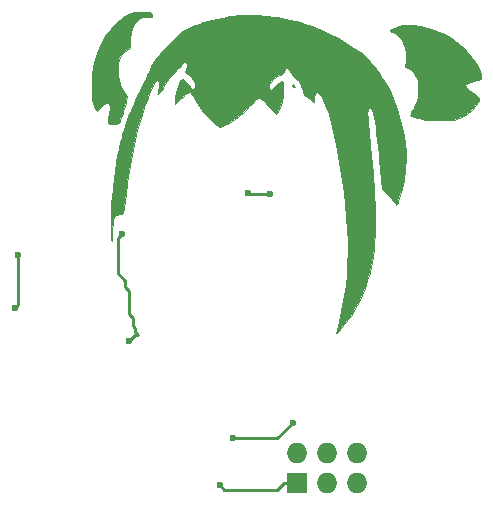
<source format=gbr>
G04 #@! TF.FileFunction,Copper,L1,Top,Signal*
%FSLAX46Y46*%
G04 Gerber Fmt 4.6, Leading zero omitted, Abs format (unit mm)*
G04 Created by KiCad (PCBNEW 4.0.5+dfsg1-4) date Sun Sep 22 16:13:37 2019*
%MOMM*%
%LPD*%
G01*
G04 APERTURE LIST*
%ADD10C,0.100000*%
%ADD11C,0.010000*%
%ADD12R,1.727200X1.727200*%
%ADD13O,1.727200X1.727200*%
%ADD14C,0.600000*%
%ADD15C,0.250000*%
G04 APERTURE END LIST*
D10*
D11*
G36*
X80690460Y-32553150D02*
X81114146Y-32564116D01*
X81499068Y-32584969D01*
X81868072Y-32617640D01*
X82244002Y-32664058D01*
X82649703Y-32726156D01*
X82999167Y-32786301D01*
X83617291Y-32913940D01*
X84275807Y-33081367D01*
X84945697Y-33279881D01*
X85597943Y-33500785D01*
X86203528Y-33735379D01*
X86297972Y-33775236D01*
X86848949Y-34024092D01*
X87408220Y-34301508D01*
X87960643Y-34598711D01*
X88491074Y-34906929D01*
X88984373Y-35217390D01*
X89425396Y-35521321D01*
X89772500Y-35788081D01*
X90234042Y-36208142D01*
X90687182Y-36700963D01*
X91123528Y-37254638D01*
X91534694Y-37857260D01*
X91912287Y-38496922D01*
X92247920Y-39161718D01*
X92411347Y-39533167D01*
X92774865Y-40486750D01*
X93066440Y-41428804D01*
X93285184Y-42354645D01*
X93430209Y-43259590D01*
X93500629Y-44138956D01*
X93495555Y-44988059D01*
X93482899Y-45188248D01*
X93456516Y-45485395D01*
X93420482Y-45814993D01*
X93379197Y-46140269D01*
X93337062Y-46424448D01*
X93329653Y-46468831D01*
X93266076Y-46813797D01*
X93194512Y-47154956D01*
X93117861Y-47482258D01*
X93039023Y-47785651D01*
X92960898Y-48055084D01*
X92886386Y-48280504D01*
X92818385Y-48451861D01*
X92759795Y-48559102D01*
X92717015Y-48592500D01*
X92668273Y-48559855D01*
X92585570Y-48471901D01*
X92482156Y-48343613D01*
X92410035Y-48245587D01*
X92261936Y-48054482D01*
X92085812Y-47852685D01*
X91913502Y-47676120D01*
X91868229Y-47634261D01*
X91718708Y-47489791D01*
X91603767Y-47357841D01*
X91538333Y-47255920D01*
X91532394Y-47240341D01*
X91506085Y-47136634D01*
X91478541Y-46987629D01*
X91449211Y-46788353D01*
X91417546Y-46533830D01*
X91382995Y-46219083D01*
X91345008Y-45839138D01*
X91303037Y-45389019D01*
X91256530Y-44863750D01*
X91211635Y-44338000D01*
X91152338Y-43678289D01*
X91089798Y-43066145D01*
X91024809Y-42507332D01*
X90958163Y-42007610D01*
X90890655Y-41572743D01*
X90823075Y-41208492D01*
X90756219Y-40920620D01*
X90727571Y-40820720D01*
X90648460Y-40614721D01*
X90563702Y-40480198D01*
X90478370Y-40419718D01*
X90397536Y-40435851D01*
X90326272Y-40531164D01*
X90297829Y-40603129D01*
X90282695Y-40662380D01*
X90272325Y-40739062D01*
X90267136Y-40839532D01*
X90267544Y-40970144D01*
X90273965Y-41137256D01*
X90286817Y-41347224D01*
X90306515Y-41606403D01*
X90333476Y-41921150D01*
X90368117Y-42297821D01*
X90410854Y-42742772D01*
X90462103Y-43262358D01*
X90491071Y-43552337D01*
X90571765Y-44371726D01*
X90641897Y-45116283D01*
X90702049Y-45795109D01*
X90752806Y-46417301D01*
X90794749Y-46991958D01*
X90828463Y-47528180D01*
X90854531Y-48035064D01*
X90873535Y-48521710D01*
X90886059Y-48997217D01*
X90892686Y-49470684D01*
X90894137Y-49841334D01*
X90887831Y-50541428D01*
X90867983Y-51178325D01*
X90832907Y-51772660D01*
X90780919Y-52345070D01*
X90710333Y-52916188D01*
X90619462Y-53506652D01*
X90572541Y-53778334D01*
X90444889Y-54366604D01*
X90268512Y-54985981D01*
X90051359Y-55616348D01*
X89801380Y-56237590D01*
X89526522Y-56829588D01*
X89234734Y-57372227D01*
X89008809Y-57735848D01*
X88840165Y-57983140D01*
X88661042Y-58235749D01*
X88477991Y-58485450D01*
X88297559Y-58724020D01*
X88126296Y-58943235D01*
X87970749Y-59134871D01*
X87837469Y-59290702D01*
X87733004Y-59402507D01*
X87663903Y-59462060D01*
X87636715Y-59461137D01*
X87636564Y-59459107D01*
X87645714Y-59398242D01*
X87672027Y-59273645D01*
X87711438Y-59103545D01*
X87759230Y-58908774D01*
X87849952Y-58529756D01*
X87947122Y-58091129D01*
X88045797Y-57617176D01*
X88141033Y-57132187D01*
X88227889Y-56660445D01*
X88286469Y-56318334D01*
X88414633Y-55432384D01*
X88508391Y-54536190D01*
X88567701Y-53621044D01*
X88592526Y-52678239D01*
X88582827Y-51699067D01*
X88538563Y-50674821D01*
X88459695Y-49596793D01*
X88346185Y-48456276D01*
X88247275Y-47625414D01*
X88098856Y-46510024D01*
X87943949Y-45461530D01*
X87782982Y-44481895D01*
X87616385Y-43573079D01*
X87444586Y-42737045D01*
X87268014Y-41975755D01*
X87087099Y-41291171D01*
X86902268Y-40685255D01*
X86713951Y-40159968D01*
X86522577Y-39717274D01*
X86515441Y-39702500D01*
X86387355Y-39454114D01*
X86276602Y-39277570D01*
X86175379Y-39163863D01*
X86075882Y-39103984D01*
X85983528Y-39088667D01*
X85864067Y-39125136D01*
X85787552Y-39234338D01*
X85754110Y-39415962D01*
X85759910Y-39629988D01*
X85766785Y-39766126D01*
X85761125Y-39861036D01*
X85746130Y-39892656D01*
X85689094Y-39866915D01*
X85584597Y-39798818D01*
X85449302Y-39701295D01*
X85299873Y-39587272D01*
X85152976Y-39469677D01*
X85025274Y-39361439D01*
X84933432Y-39275486D01*
X84899770Y-39236065D01*
X84849491Y-39126974D01*
X84806505Y-38979601D01*
X84793506Y-38912651D01*
X84744176Y-38702672D01*
X84659639Y-38504258D01*
X84530174Y-38301126D01*
X84346064Y-38076990D01*
X84203006Y-37923241D01*
X83993002Y-37690518D01*
X83823626Y-37473407D01*
X83708151Y-37288994D01*
X83703972Y-37280824D01*
X83596816Y-37099954D01*
X83498336Y-37001521D01*
X83405937Y-36984050D01*
X83317025Y-37046064D01*
X83308711Y-37055979D01*
X83250945Y-37161281D01*
X83232000Y-37249496D01*
X83191028Y-37378329D01*
X83073509Y-37501622D01*
X82887538Y-37611801D01*
X82808667Y-37645514D01*
X82519715Y-37787947D01*
X82276471Y-37965847D01*
X82089559Y-38168485D01*
X81969603Y-38385135D01*
X81932296Y-38530392D01*
X81927804Y-38658794D01*
X81964420Y-38747562D01*
X81999419Y-38787419D01*
X82077800Y-38851820D01*
X82134590Y-38877000D01*
X82198358Y-38841942D01*
X82304953Y-38738845D01*
X82451318Y-38570823D01*
X82528266Y-38476207D01*
X82628021Y-38372771D01*
X82751732Y-38273458D01*
X82878540Y-38191605D01*
X82987588Y-38140543D01*
X83058017Y-38133608D01*
X83061401Y-38135384D01*
X83077784Y-38186274D01*
X83090293Y-38305454D01*
X83098886Y-38476633D01*
X83103525Y-38683523D01*
X83104169Y-38909832D01*
X83100779Y-39139272D01*
X83093315Y-39355552D01*
X83081737Y-39542382D01*
X83066006Y-39683473D01*
X83065193Y-39688528D01*
X83013248Y-39907665D01*
X82928045Y-40164213D01*
X82822528Y-40424636D01*
X82709641Y-40655397D01*
X82657838Y-40743884D01*
X82544180Y-40923930D01*
X82284840Y-40650158D01*
X82143616Y-40499237D01*
X81971917Y-40313031D01*
X81795489Y-40119564D01*
X81691264Y-40004075D01*
X81545524Y-39849260D01*
X81405114Y-39713276D01*
X81287279Y-39612084D01*
X81216795Y-39564890D01*
X81126918Y-39527280D01*
X81059837Y-39525789D01*
X80980409Y-39565779D01*
X80913216Y-39611216D01*
X80825520Y-39684212D01*
X80697908Y-39806177D01*
X80545622Y-39961848D01*
X80383903Y-40135957D01*
X80335595Y-40189763D01*
X79864123Y-40675488D01*
X79372729Y-41092874D01*
X79048050Y-41325767D01*
X78804989Y-41484816D01*
X78564256Y-41634753D01*
X78338172Y-41768601D01*
X78139058Y-41879385D01*
X77979233Y-41960131D01*
X77871018Y-42003862D01*
X77840084Y-42009667D01*
X77733874Y-41978450D01*
X77580511Y-41888789D01*
X77387777Y-41746665D01*
X77163451Y-41558061D01*
X76915314Y-41328960D01*
X76772226Y-41188579D01*
X76558836Y-40966746D01*
X76371202Y-40751206D01*
X76196841Y-40524847D01*
X76023270Y-40270559D01*
X75838006Y-39971231D01*
X75657204Y-39660167D01*
X75549359Y-39474997D01*
X75449554Y-39311207D01*
X75368637Y-39186114D01*
X75317454Y-39117034D01*
X75316114Y-39115614D01*
X75232901Y-39064223D01*
X75128442Y-39067357D01*
X74996638Y-39128319D01*
X74831392Y-39250410D01*
X74626607Y-39436934D01*
X74511334Y-39551479D01*
X74313026Y-39752726D01*
X74167406Y-39897517D01*
X74066911Y-39988880D01*
X74003976Y-40029840D01*
X73971037Y-40023425D01*
X73960529Y-39972660D01*
X73964888Y-39880573D01*
X73975171Y-39766000D01*
X74010898Y-39464231D01*
X74063527Y-39156176D01*
X74129029Y-38856621D01*
X74203372Y-38580351D01*
X74282527Y-38342153D01*
X74362462Y-38156811D01*
X74439147Y-38039112D01*
X74448456Y-38029749D01*
X74552015Y-37932460D01*
X74753924Y-38056989D01*
X74945245Y-38213772D01*
X75137241Y-38446239D01*
X75158240Y-38476343D01*
X75261857Y-38617520D01*
X75358559Y-38732455D01*
X75431427Y-38801504D01*
X75445789Y-38810189D01*
X75543527Y-38819090D01*
X75617828Y-38755384D01*
X75659792Y-38629874D01*
X75665879Y-38543066D01*
X75625934Y-38315012D01*
X75508768Y-38069053D01*
X75318390Y-37811175D01*
X75058803Y-37547364D01*
X74918958Y-37427062D01*
X74797416Y-37327387D01*
X74887208Y-37151380D01*
X74954289Y-36970465D01*
X74975188Y-36796020D01*
X74949404Y-36651210D01*
X74899583Y-36576395D01*
X74822380Y-36521985D01*
X74776222Y-36506334D01*
X74734044Y-36536455D01*
X74646410Y-36619835D01*
X74523595Y-36745995D01*
X74375876Y-36904456D01*
X74258052Y-37034697D01*
X74091096Y-37218518D01*
X73934279Y-37385738D01*
X73800115Y-37523411D01*
X73701121Y-37618593D01*
X73661913Y-37651294D01*
X73545757Y-37759761D01*
X73406867Y-37930872D01*
X73255893Y-38149463D01*
X73103481Y-38400370D01*
X72992736Y-38604317D01*
X72922450Y-38726667D01*
X72835285Y-38858324D01*
X72740897Y-38987623D01*
X72648942Y-39102899D01*
X72569076Y-39192485D01*
X72510957Y-39244717D01*
X72484240Y-39247929D01*
X72490764Y-39210736D01*
X72506982Y-39142087D01*
X72531963Y-39010538D01*
X72561910Y-38836918D01*
X72584784Y-38695189D01*
X72617895Y-38445187D01*
X72625594Y-38267166D01*
X72606412Y-38151898D01*
X72558881Y-38090153D01*
X72485764Y-38072667D01*
X72396906Y-38100116D01*
X72300135Y-38184549D01*
X72193987Y-38329093D01*
X72076997Y-38536875D01*
X71947702Y-38811023D01*
X71804638Y-39154664D01*
X71646342Y-39570925D01*
X71471349Y-40062933D01*
X71278195Y-40633817D01*
X71257174Y-40697334D01*
X71003363Y-41501034D01*
X70775096Y-42301217D01*
X70569800Y-43110331D01*
X70384898Y-43940825D01*
X70217816Y-44805148D01*
X70065979Y-45715750D01*
X69926812Y-46685079D01*
X69797741Y-47725585D01*
X69790534Y-47788167D01*
X69746161Y-48168729D01*
X69708581Y-48475057D01*
X69676245Y-48717170D01*
X69647602Y-48905087D01*
X69621100Y-49048829D01*
X69595189Y-49158415D01*
X69568318Y-49243864D01*
X69563026Y-49258068D01*
X69530042Y-49323264D01*
X69478447Y-49366863D01*
X69388909Y-49397386D01*
X69242093Y-49423353D01*
X69162973Y-49434376D01*
X69019196Y-49467672D01*
X68916444Y-49534074D01*
X68832066Y-49652689D01*
X68780927Y-49756667D01*
X68751250Y-49830689D01*
X68728565Y-49913248D01*
X68711600Y-50017550D01*
X68699078Y-50156804D01*
X68689724Y-50344215D01*
X68682264Y-50592992D01*
X68677047Y-50832685D01*
X68670022Y-51135702D01*
X68662201Y-51361353D01*
X68652992Y-51516939D01*
X68641798Y-51609760D01*
X68628025Y-51647117D01*
X68611490Y-51637018D01*
X68597720Y-51571202D01*
X68586327Y-51431658D01*
X68577285Y-51229293D01*
X68570570Y-50975012D01*
X68566160Y-50679721D01*
X68564029Y-50354324D01*
X68564154Y-50009728D01*
X68566510Y-49656837D01*
X68571073Y-49306558D01*
X68577820Y-48969797D01*
X68586726Y-48657457D01*
X68597768Y-48380446D01*
X68610920Y-48149669D01*
X68619427Y-48042167D01*
X68701083Y-47204353D01*
X68787624Y-46439915D01*
X68880904Y-45737615D01*
X68982775Y-45086217D01*
X69095089Y-44474482D01*
X69219698Y-43891176D01*
X69358454Y-43325059D01*
X69456776Y-42962167D01*
X69526262Y-42714673D01*
X69593036Y-42476715D01*
X69651414Y-42268557D01*
X69695714Y-42110459D01*
X69712070Y-42052000D01*
X69758667Y-41901154D01*
X69829713Y-41690701D01*
X69918264Y-41439666D01*
X70017377Y-41167076D01*
X70120110Y-40891955D01*
X70219519Y-40633330D01*
X70308662Y-40410225D01*
X70330019Y-40358667D01*
X70383021Y-40239031D01*
X70467761Y-40056442D01*
X70578123Y-39823681D01*
X70707992Y-39553529D01*
X70851253Y-39258768D01*
X71001791Y-38952177D01*
X71038945Y-38877000D01*
X71196792Y-38555522D01*
X71354338Y-38230071D01*
X71504204Y-37916224D01*
X71639012Y-37629558D01*
X71751384Y-37385651D01*
X71833943Y-37200081D01*
X71840986Y-37183667D01*
X71973136Y-36891862D01*
X72111118Y-36628099D01*
X72266561Y-36374533D01*
X72451094Y-36113324D01*
X72676345Y-35826627D01*
X72897866Y-35562023D01*
X73357835Y-35048796D01*
X73801777Y-34608265D01*
X74240231Y-34232732D01*
X74683738Y-33914504D01*
X75142840Y-33645885D01*
X75628076Y-33419179D01*
X76051696Y-33259558D01*
X76363718Y-33160315D01*
X76735641Y-33053884D01*
X77143722Y-32946207D01*
X77564219Y-32843224D01*
X77973389Y-32750877D01*
X78347491Y-32675105D01*
X78490667Y-32649270D01*
X78678525Y-32618505D01*
X78850819Y-32594778D01*
X79023003Y-32577194D01*
X79210526Y-32564860D01*
X79428841Y-32556882D01*
X79693399Y-32552368D01*
X80019651Y-32550423D01*
X80205167Y-32550139D01*
X80690460Y-32553150D01*
X80690460Y-32553150D01*
G37*
X80690460Y-32553150D02*
X81114146Y-32564116D01*
X81499068Y-32584969D01*
X81868072Y-32617640D01*
X82244002Y-32664058D01*
X82649703Y-32726156D01*
X82999167Y-32786301D01*
X83617291Y-32913940D01*
X84275807Y-33081367D01*
X84945697Y-33279881D01*
X85597943Y-33500785D01*
X86203528Y-33735379D01*
X86297972Y-33775236D01*
X86848949Y-34024092D01*
X87408220Y-34301508D01*
X87960643Y-34598711D01*
X88491074Y-34906929D01*
X88984373Y-35217390D01*
X89425396Y-35521321D01*
X89772500Y-35788081D01*
X90234042Y-36208142D01*
X90687182Y-36700963D01*
X91123528Y-37254638D01*
X91534694Y-37857260D01*
X91912287Y-38496922D01*
X92247920Y-39161718D01*
X92411347Y-39533167D01*
X92774865Y-40486750D01*
X93066440Y-41428804D01*
X93285184Y-42354645D01*
X93430209Y-43259590D01*
X93500629Y-44138956D01*
X93495555Y-44988059D01*
X93482899Y-45188248D01*
X93456516Y-45485395D01*
X93420482Y-45814993D01*
X93379197Y-46140269D01*
X93337062Y-46424448D01*
X93329653Y-46468831D01*
X93266076Y-46813797D01*
X93194512Y-47154956D01*
X93117861Y-47482258D01*
X93039023Y-47785651D01*
X92960898Y-48055084D01*
X92886386Y-48280504D01*
X92818385Y-48451861D01*
X92759795Y-48559102D01*
X92717015Y-48592500D01*
X92668273Y-48559855D01*
X92585570Y-48471901D01*
X92482156Y-48343613D01*
X92410035Y-48245587D01*
X92261936Y-48054482D01*
X92085812Y-47852685D01*
X91913502Y-47676120D01*
X91868229Y-47634261D01*
X91718708Y-47489791D01*
X91603767Y-47357841D01*
X91538333Y-47255920D01*
X91532394Y-47240341D01*
X91506085Y-47136634D01*
X91478541Y-46987629D01*
X91449211Y-46788353D01*
X91417546Y-46533830D01*
X91382995Y-46219083D01*
X91345008Y-45839138D01*
X91303037Y-45389019D01*
X91256530Y-44863750D01*
X91211635Y-44338000D01*
X91152338Y-43678289D01*
X91089798Y-43066145D01*
X91024809Y-42507332D01*
X90958163Y-42007610D01*
X90890655Y-41572743D01*
X90823075Y-41208492D01*
X90756219Y-40920620D01*
X90727571Y-40820720D01*
X90648460Y-40614721D01*
X90563702Y-40480198D01*
X90478370Y-40419718D01*
X90397536Y-40435851D01*
X90326272Y-40531164D01*
X90297829Y-40603129D01*
X90282695Y-40662380D01*
X90272325Y-40739062D01*
X90267136Y-40839532D01*
X90267544Y-40970144D01*
X90273965Y-41137256D01*
X90286817Y-41347224D01*
X90306515Y-41606403D01*
X90333476Y-41921150D01*
X90368117Y-42297821D01*
X90410854Y-42742772D01*
X90462103Y-43262358D01*
X90491071Y-43552337D01*
X90571765Y-44371726D01*
X90641897Y-45116283D01*
X90702049Y-45795109D01*
X90752806Y-46417301D01*
X90794749Y-46991958D01*
X90828463Y-47528180D01*
X90854531Y-48035064D01*
X90873535Y-48521710D01*
X90886059Y-48997217D01*
X90892686Y-49470684D01*
X90894137Y-49841334D01*
X90887831Y-50541428D01*
X90867983Y-51178325D01*
X90832907Y-51772660D01*
X90780919Y-52345070D01*
X90710333Y-52916188D01*
X90619462Y-53506652D01*
X90572541Y-53778334D01*
X90444889Y-54366604D01*
X90268512Y-54985981D01*
X90051359Y-55616348D01*
X89801380Y-56237590D01*
X89526522Y-56829588D01*
X89234734Y-57372227D01*
X89008809Y-57735848D01*
X88840165Y-57983140D01*
X88661042Y-58235749D01*
X88477991Y-58485450D01*
X88297559Y-58724020D01*
X88126296Y-58943235D01*
X87970749Y-59134871D01*
X87837469Y-59290702D01*
X87733004Y-59402507D01*
X87663903Y-59462060D01*
X87636715Y-59461137D01*
X87636564Y-59459107D01*
X87645714Y-59398242D01*
X87672027Y-59273645D01*
X87711438Y-59103545D01*
X87759230Y-58908774D01*
X87849952Y-58529756D01*
X87947122Y-58091129D01*
X88045797Y-57617176D01*
X88141033Y-57132187D01*
X88227889Y-56660445D01*
X88286469Y-56318334D01*
X88414633Y-55432384D01*
X88508391Y-54536190D01*
X88567701Y-53621044D01*
X88592526Y-52678239D01*
X88582827Y-51699067D01*
X88538563Y-50674821D01*
X88459695Y-49596793D01*
X88346185Y-48456276D01*
X88247275Y-47625414D01*
X88098856Y-46510024D01*
X87943949Y-45461530D01*
X87782982Y-44481895D01*
X87616385Y-43573079D01*
X87444586Y-42737045D01*
X87268014Y-41975755D01*
X87087099Y-41291171D01*
X86902268Y-40685255D01*
X86713951Y-40159968D01*
X86522577Y-39717274D01*
X86515441Y-39702500D01*
X86387355Y-39454114D01*
X86276602Y-39277570D01*
X86175379Y-39163863D01*
X86075882Y-39103984D01*
X85983528Y-39088667D01*
X85864067Y-39125136D01*
X85787552Y-39234338D01*
X85754110Y-39415962D01*
X85759910Y-39629988D01*
X85766785Y-39766126D01*
X85761125Y-39861036D01*
X85746130Y-39892656D01*
X85689094Y-39866915D01*
X85584597Y-39798818D01*
X85449302Y-39701295D01*
X85299873Y-39587272D01*
X85152976Y-39469677D01*
X85025274Y-39361439D01*
X84933432Y-39275486D01*
X84899770Y-39236065D01*
X84849491Y-39126974D01*
X84806505Y-38979601D01*
X84793506Y-38912651D01*
X84744176Y-38702672D01*
X84659639Y-38504258D01*
X84530174Y-38301126D01*
X84346064Y-38076990D01*
X84203006Y-37923241D01*
X83993002Y-37690518D01*
X83823626Y-37473407D01*
X83708151Y-37288994D01*
X83703972Y-37280824D01*
X83596816Y-37099954D01*
X83498336Y-37001521D01*
X83405937Y-36984050D01*
X83317025Y-37046064D01*
X83308711Y-37055979D01*
X83250945Y-37161281D01*
X83232000Y-37249496D01*
X83191028Y-37378329D01*
X83073509Y-37501622D01*
X82887538Y-37611801D01*
X82808667Y-37645514D01*
X82519715Y-37787947D01*
X82276471Y-37965847D01*
X82089559Y-38168485D01*
X81969603Y-38385135D01*
X81932296Y-38530392D01*
X81927804Y-38658794D01*
X81964420Y-38747562D01*
X81999419Y-38787419D01*
X82077800Y-38851820D01*
X82134590Y-38877000D01*
X82198358Y-38841942D01*
X82304953Y-38738845D01*
X82451318Y-38570823D01*
X82528266Y-38476207D01*
X82628021Y-38372771D01*
X82751732Y-38273458D01*
X82878540Y-38191605D01*
X82987588Y-38140543D01*
X83058017Y-38133608D01*
X83061401Y-38135384D01*
X83077784Y-38186274D01*
X83090293Y-38305454D01*
X83098886Y-38476633D01*
X83103525Y-38683523D01*
X83104169Y-38909832D01*
X83100779Y-39139272D01*
X83093315Y-39355552D01*
X83081737Y-39542382D01*
X83066006Y-39683473D01*
X83065193Y-39688528D01*
X83013248Y-39907665D01*
X82928045Y-40164213D01*
X82822528Y-40424636D01*
X82709641Y-40655397D01*
X82657838Y-40743884D01*
X82544180Y-40923930D01*
X82284840Y-40650158D01*
X82143616Y-40499237D01*
X81971917Y-40313031D01*
X81795489Y-40119564D01*
X81691264Y-40004075D01*
X81545524Y-39849260D01*
X81405114Y-39713276D01*
X81287279Y-39612084D01*
X81216795Y-39564890D01*
X81126918Y-39527280D01*
X81059837Y-39525789D01*
X80980409Y-39565779D01*
X80913216Y-39611216D01*
X80825520Y-39684212D01*
X80697908Y-39806177D01*
X80545622Y-39961848D01*
X80383903Y-40135957D01*
X80335595Y-40189763D01*
X79864123Y-40675488D01*
X79372729Y-41092874D01*
X79048050Y-41325767D01*
X78804989Y-41484816D01*
X78564256Y-41634753D01*
X78338172Y-41768601D01*
X78139058Y-41879385D01*
X77979233Y-41960131D01*
X77871018Y-42003862D01*
X77840084Y-42009667D01*
X77733874Y-41978450D01*
X77580511Y-41888789D01*
X77387777Y-41746665D01*
X77163451Y-41558061D01*
X76915314Y-41328960D01*
X76772226Y-41188579D01*
X76558836Y-40966746D01*
X76371202Y-40751206D01*
X76196841Y-40524847D01*
X76023270Y-40270559D01*
X75838006Y-39971231D01*
X75657204Y-39660167D01*
X75549359Y-39474997D01*
X75449554Y-39311207D01*
X75368637Y-39186114D01*
X75317454Y-39117034D01*
X75316114Y-39115614D01*
X75232901Y-39064223D01*
X75128442Y-39067357D01*
X74996638Y-39128319D01*
X74831392Y-39250410D01*
X74626607Y-39436934D01*
X74511334Y-39551479D01*
X74313026Y-39752726D01*
X74167406Y-39897517D01*
X74066911Y-39988880D01*
X74003976Y-40029840D01*
X73971037Y-40023425D01*
X73960529Y-39972660D01*
X73964888Y-39880573D01*
X73975171Y-39766000D01*
X74010898Y-39464231D01*
X74063527Y-39156176D01*
X74129029Y-38856621D01*
X74203372Y-38580351D01*
X74282527Y-38342153D01*
X74362462Y-38156811D01*
X74439147Y-38039112D01*
X74448456Y-38029749D01*
X74552015Y-37932460D01*
X74753924Y-38056989D01*
X74945245Y-38213772D01*
X75137241Y-38446239D01*
X75158240Y-38476343D01*
X75261857Y-38617520D01*
X75358559Y-38732455D01*
X75431427Y-38801504D01*
X75445789Y-38810189D01*
X75543527Y-38819090D01*
X75617828Y-38755384D01*
X75659792Y-38629874D01*
X75665879Y-38543066D01*
X75625934Y-38315012D01*
X75508768Y-38069053D01*
X75318390Y-37811175D01*
X75058803Y-37547364D01*
X74918958Y-37427062D01*
X74797416Y-37327387D01*
X74887208Y-37151380D01*
X74954289Y-36970465D01*
X74975188Y-36796020D01*
X74949404Y-36651210D01*
X74899583Y-36576395D01*
X74822380Y-36521985D01*
X74776222Y-36506334D01*
X74734044Y-36536455D01*
X74646410Y-36619835D01*
X74523595Y-36745995D01*
X74375876Y-36904456D01*
X74258052Y-37034697D01*
X74091096Y-37218518D01*
X73934279Y-37385738D01*
X73800115Y-37523411D01*
X73701121Y-37618593D01*
X73661913Y-37651294D01*
X73545757Y-37759761D01*
X73406867Y-37930872D01*
X73255893Y-38149463D01*
X73103481Y-38400370D01*
X72992736Y-38604317D01*
X72922450Y-38726667D01*
X72835285Y-38858324D01*
X72740897Y-38987623D01*
X72648942Y-39102899D01*
X72569076Y-39192485D01*
X72510957Y-39244717D01*
X72484240Y-39247929D01*
X72490764Y-39210736D01*
X72506982Y-39142087D01*
X72531963Y-39010538D01*
X72561910Y-38836918D01*
X72584784Y-38695189D01*
X72617895Y-38445187D01*
X72625594Y-38267166D01*
X72606412Y-38151898D01*
X72558881Y-38090153D01*
X72485764Y-38072667D01*
X72396906Y-38100116D01*
X72300135Y-38184549D01*
X72193987Y-38329093D01*
X72076997Y-38536875D01*
X71947702Y-38811023D01*
X71804638Y-39154664D01*
X71646342Y-39570925D01*
X71471349Y-40062933D01*
X71278195Y-40633817D01*
X71257174Y-40697334D01*
X71003363Y-41501034D01*
X70775096Y-42301217D01*
X70569800Y-43110331D01*
X70384898Y-43940825D01*
X70217816Y-44805148D01*
X70065979Y-45715750D01*
X69926812Y-46685079D01*
X69797741Y-47725585D01*
X69790534Y-47788167D01*
X69746161Y-48168729D01*
X69708581Y-48475057D01*
X69676245Y-48717170D01*
X69647602Y-48905087D01*
X69621100Y-49048829D01*
X69595189Y-49158415D01*
X69568318Y-49243864D01*
X69563026Y-49258068D01*
X69530042Y-49323264D01*
X69478447Y-49366863D01*
X69388909Y-49397386D01*
X69242093Y-49423353D01*
X69162973Y-49434376D01*
X69019196Y-49467672D01*
X68916444Y-49534074D01*
X68832066Y-49652689D01*
X68780927Y-49756667D01*
X68751250Y-49830689D01*
X68728565Y-49913248D01*
X68711600Y-50017550D01*
X68699078Y-50156804D01*
X68689724Y-50344215D01*
X68682264Y-50592992D01*
X68677047Y-50832685D01*
X68670022Y-51135702D01*
X68662201Y-51361353D01*
X68652992Y-51516939D01*
X68641798Y-51609760D01*
X68628025Y-51647117D01*
X68611490Y-51637018D01*
X68597720Y-51571202D01*
X68586327Y-51431658D01*
X68577285Y-51229293D01*
X68570570Y-50975012D01*
X68566160Y-50679721D01*
X68564029Y-50354324D01*
X68564154Y-50009728D01*
X68566510Y-49656837D01*
X68571073Y-49306558D01*
X68577820Y-48969797D01*
X68586726Y-48657457D01*
X68597768Y-48380446D01*
X68610920Y-48149669D01*
X68619427Y-48042167D01*
X68701083Y-47204353D01*
X68787624Y-46439915D01*
X68880904Y-45737615D01*
X68982775Y-45086217D01*
X69095089Y-44474482D01*
X69219698Y-43891176D01*
X69358454Y-43325059D01*
X69456776Y-42962167D01*
X69526262Y-42714673D01*
X69593036Y-42476715D01*
X69651414Y-42268557D01*
X69695714Y-42110459D01*
X69712070Y-42052000D01*
X69758667Y-41901154D01*
X69829713Y-41690701D01*
X69918264Y-41439666D01*
X70017377Y-41167076D01*
X70120110Y-40891955D01*
X70219519Y-40633330D01*
X70308662Y-40410225D01*
X70330019Y-40358667D01*
X70383021Y-40239031D01*
X70467761Y-40056442D01*
X70578123Y-39823681D01*
X70707992Y-39553529D01*
X70851253Y-39258768D01*
X71001791Y-38952177D01*
X71038945Y-38877000D01*
X71196792Y-38555522D01*
X71354338Y-38230071D01*
X71504204Y-37916224D01*
X71639012Y-37629558D01*
X71751384Y-37385651D01*
X71833943Y-37200081D01*
X71840986Y-37183667D01*
X71973136Y-36891862D01*
X72111118Y-36628099D01*
X72266561Y-36374533D01*
X72451094Y-36113324D01*
X72676345Y-35826627D01*
X72897866Y-35562023D01*
X73357835Y-35048796D01*
X73801777Y-34608265D01*
X74240231Y-34232732D01*
X74683738Y-33914504D01*
X75142840Y-33645885D01*
X75628076Y-33419179D01*
X76051696Y-33259558D01*
X76363718Y-33160315D01*
X76735641Y-33053884D01*
X77143722Y-32946207D01*
X77564219Y-32843224D01*
X77973389Y-32750877D01*
X78347491Y-32675105D01*
X78490667Y-32649270D01*
X78678525Y-32618505D01*
X78850819Y-32594778D01*
X79023003Y-32577194D01*
X79210526Y-32564860D01*
X79428841Y-32556882D01*
X79693399Y-32552368D01*
X80019651Y-32550423D01*
X80205167Y-32550139D01*
X80690460Y-32553150D01*
G36*
X71548102Y-32265812D02*
X71763937Y-32312997D01*
X71908443Y-32383795D01*
X71987214Y-32480539D01*
X72005299Y-32552499D01*
X72018099Y-32683831D01*
X71624299Y-32679499D01*
X71430846Y-32679770D01*
X71296221Y-32688913D01*
X71194683Y-32711783D01*
X71100487Y-32753235D01*
X71033604Y-32790914D01*
X70750019Y-33005789D01*
X70519718Y-33283319D01*
X70344672Y-33618816D01*
X70226848Y-34007592D01*
X70168216Y-34444959D01*
X70166582Y-34855334D01*
X70190935Y-35342167D01*
X69933226Y-35490334D01*
X69682394Y-35664814D01*
X69461722Y-35876195D01*
X69289264Y-36104653D01*
X69191481Y-36304762D01*
X69152828Y-36472520D01*
X69127235Y-36701747D01*
X69114681Y-36970263D01*
X69115147Y-37255887D01*
X69128613Y-37536439D01*
X69155060Y-37789736D01*
X69192988Y-37988000D01*
X69347477Y-38431096D01*
X69571573Y-38859475D01*
X69675988Y-39017812D01*
X69767783Y-39159922D01*
X69839829Y-39292563D01*
X69875689Y-39384343D01*
X69878082Y-39505634D01*
X69849709Y-39698600D01*
X69792097Y-39956654D01*
X69706776Y-40273207D01*
X69595274Y-40641669D01*
X69554446Y-40769056D01*
X69446295Y-41091873D01*
X69355208Y-41339538D01*
X69278075Y-41519129D01*
X69211782Y-41637721D01*
X69153216Y-41702390D01*
X69140290Y-41710499D01*
X69034321Y-41743638D01*
X68877803Y-41766588D01*
X68704570Y-41776087D01*
X68548456Y-41768874D01*
X68542503Y-41768121D01*
X68422279Y-41741945D01*
X68341813Y-41692805D01*
X68298572Y-41609439D01*
X68290022Y-41480583D01*
X68313626Y-41294973D01*
X68366852Y-41041345D01*
X68373000Y-41014834D01*
X68413419Y-40810674D01*
X68443343Y-40600809D01*
X68457280Y-40425169D01*
X68457667Y-40399361D01*
X68450001Y-40236940D01*
X68422621Y-40131994D01*
X68373000Y-40062334D01*
X68298199Y-40000263D01*
X68248756Y-39977667D01*
X68123249Y-40009655D01*
X67962524Y-40107325D01*
X67762743Y-40273237D01*
X67659229Y-40370695D01*
X67347178Y-40673274D01*
X67269814Y-40577735D01*
X67186994Y-40440318D01*
X67104694Y-40242035D01*
X67031250Y-40006323D01*
X66974996Y-39756621D01*
X66972171Y-39740685D01*
X66954562Y-39581251D01*
X66943235Y-39353261D01*
X66937812Y-39072563D01*
X66937916Y-38755005D01*
X66943170Y-38416435D01*
X66953197Y-38072702D01*
X66967621Y-37739654D01*
X66986064Y-37433139D01*
X67008149Y-37169005D01*
X67033499Y-36963101D01*
X67039039Y-36929667D01*
X67194708Y-36267550D01*
X67425474Y-35606010D01*
X67723383Y-34962074D01*
X68080479Y-34352772D01*
X68488808Y-33795132D01*
X68522277Y-33754667D01*
X68923837Y-33308737D01*
X69318159Y-32943988D01*
X69709994Y-32657786D01*
X70104093Y-32447498D01*
X70505208Y-32310491D01*
X70918090Y-32244131D01*
X71255342Y-32239909D01*
X71548102Y-32265812D01*
X71548102Y-32265812D01*
G37*
X71548102Y-32265812D02*
X71763937Y-32312997D01*
X71908443Y-32383795D01*
X71987214Y-32480539D01*
X72005299Y-32552499D01*
X72018099Y-32683831D01*
X71624299Y-32679499D01*
X71430846Y-32679770D01*
X71296221Y-32688913D01*
X71194683Y-32711783D01*
X71100487Y-32753235D01*
X71033604Y-32790914D01*
X70750019Y-33005789D01*
X70519718Y-33283319D01*
X70344672Y-33618816D01*
X70226848Y-34007592D01*
X70168216Y-34444959D01*
X70166582Y-34855334D01*
X70190935Y-35342167D01*
X69933226Y-35490334D01*
X69682394Y-35664814D01*
X69461722Y-35876195D01*
X69289264Y-36104653D01*
X69191481Y-36304762D01*
X69152828Y-36472520D01*
X69127235Y-36701747D01*
X69114681Y-36970263D01*
X69115147Y-37255887D01*
X69128613Y-37536439D01*
X69155060Y-37789736D01*
X69192988Y-37988000D01*
X69347477Y-38431096D01*
X69571573Y-38859475D01*
X69675988Y-39017812D01*
X69767783Y-39159922D01*
X69839829Y-39292563D01*
X69875689Y-39384343D01*
X69878082Y-39505634D01*
X69849709Y-39698600D01*
X69792097Y-39956654D01*
X69706776Y-40273207D01*
X69595274Y-40641669D01*
X69554446Y-40769056D01*
X69446295Y-41091873D01*
X69355208Y-41339538D01*
X69278075Y-41519129D01*
X69211782Y-41637721D01*
X69153216Y-41702390D01*
X69140290Y-41710499D01*
X69034321Y-41743638D01*
X68877803Y-41766588D01*
X68704570Y-41776087D01*
X68548456Y-41768874D01*
X68542503Y-41768121D01*
X68422279Y-41741945D01*
X68341813Y-41692805D01*
X68298572Y-41609439D01*
X68290022Y-41480583D01*
X68313626Y-41294973D01*
X68366852Y-41041345D01*
X68373000Y-41014834D01*
X68413419Y-40810674D01*
X68443343Y-40600809D01*
X68457280Y-40425169D01*
X68457667Y-40399361D01*
X68450001Y-40236940D01*
X68422621Y-40131994D01*
X68373000Y-40062334D01*
X68298199Y-40000263D01*
X68248756Y-39977667D01*
X68123249Y-40009655D01*
X67962524Y-40107325D01*
X67762743Y-40273237D01*
X67659229Y-40370695D01*
X67347178Y-40673274D01*
X67269814Y-40577735D01*
X67186994Y-40440318D01*
X67104694Y-40242035D01*
X67031250Y-40006323D01*
X66974996Y-39756621D01*
X66972171Y-39740685D01*
X66954562Y-39581251D01*
X66943235Y-39353261D01*
X66937812Y-39072563D01*
X66937916Y-38755005D01*
X66943170Y-38416435D01*
X66953197Y-38072702D01*
X66967621Y-37739654D01*
X66986064Y-37433139D01*
X67008149Y-37169005D01*
X67033499Y-36963101D01*
X67039039Y-36929667D01*
X67194708Y-36267550D01*
X67425474Y-35606010D01*
X67723383Y-34962074D01*
X68080479Y-34352772D01*
X68488808Y-33795132D01*
X68522277Y-33754667D01*
X68923837Y-33308737D01*
X69318159Y-32943988D01*
X69709994Y-32657786D01*
X70104093Y-32447498D01*
X70505208Y-32310491D01*
X70918090Y-32244131D01*
X71255342Y-32239909D01*
X71548102Y-32265812D01*
G36*
X93751834Y-33397266D02*
X94045283Y-33400479D01*
X94281638Y-33410148D01*
X94488380Y-33428880D01*
X94692995Y-33459282D01*
X94922965Y-33503962D01*
X94960804Y-33511941D01*
X95690499Y-33700158D01*
X96362171Y-33944411D01*
X96985282Y-34249613D01*
X97569295Y-34620674D01*
X98123674Y-35062502D01*
X98350404Y-35270787D01*
X98789771Y-35719888D01*
X99152770Y-36156566D01*
X99445164Y-36588967D01*
X99672716Y-37025234D01*
X99780417Y-37291953D01*
X99862436Y-37541699D01*
X99902876Y-37726348D01*
X99902690Y-37854013D01*
X99862828Y-37932806D01*
X99856226Y-37938701D01*
X99794583Y-37966271D01*
X99669253Y-38006281D01*
X99499260Y-38053088D01*
X99328589Y-38095240D01*
X99015004Y-38179407D01*
X98784184Y-38267727D01*
X98635638Y-38363749D01*
X98568879Y-38471024D01*
X98583416Y-38593101D01*
X98678761Y-38733531D01*
X98854424Y-38895864D01*
X99109916Y-39083649D01*
X99185362Y-39134430D01*
X99364457Y-39257864D01*
X99520067Y-39373620D01*
X99636921Y-39469734D01*
X99699746Y-39534243D01*
X99703476Y-39540285D01*
X99725626Y-39601523D01*
X99720622Y-39672641D01*
X99683451Y-39775640D01*
X99618326Y-39913826D01*
X99413911Y-40241547D01*
X99139495Y-40548936D01*
X98809074Y-40826298D01*
X98436643Y-41063937D01*
X98036198Y-41252158D01*
X97621734Y-41381263D01*
X97451878Y-41414715D01*
X97290863Y-41432003D01*
X97063938Y-41444354D01*
X96789153Y-41451903D01*
X96484556Y-41454788D01*
X96168197Y-41453145D01*
X95858126Y-41447111D01*
X95572392Y-41436822D01*
X95329045Y-41422414D01*
X95146134Y-41404024D01*
X95101187Y-41396938D01*
X94886336Y-41351948D01*
X94659878Y-41294438D01*
X94437739Y-41229651D01*
X94235843Y-41162829D01*
X94070116Y-41099215D01*
X93956482Y-41044049D01*
X93911678Y-41005371D01*
X93915594Y-40928174D01*
X93957407Y-40814521D01*
X93983937Y-40763822D01*
X94178152Y-40413572D01*
X94327181Y-40113727D01*
X94436529Y-39846874D01*
X94511697Y-39595602D01*
X94558191Y-39342500D01*
X94581513Y-39070156D01*
X94587021Y-38855834D01*
X94581079Y-38556244D01*
X94556552Y-38316268D01*
X94513848Y-38121929D01*
X94430163Y-37897932D01*
X94310687Y-37668792D01*
X94167194Y-37449904D01*
X94011458Y-37256662D01*
X93855253Y-37104459D01*
X93710354Y-37008692D01*
X93645627Y-36986742D01*
X93532765Y-36952576D01*
X93472378Y-36895410D01*
X93458454Y-36798578D01*
X93484985Y-36645416D01*
X93500427Y-36584112D01*
X93565704Y-36174883D01*
X93555908Y-35749286D01*
X93473169Y-35325712D01*
X93319618Y-34922553D01*
X93304483Y-34892019D01*
X93160219Y-34653935D01*
X92980194Y-34429444D01*
X92780213Y-34233412D01*
X92576083Y-34080705D01*
X92383609Y-33986187D01*
X92324180Y-33970059D01*
X92207739Y-33928303D01*
X92171176Y-33868984D01*
X92212111Y-33794589D01*
X92328162Y-33707605D01*
X92516950Y-33610520D01*
X92764329Y-33510153D01*
X92887510Y-33466613D01*
X92995598Y-33435787D01*
X93107198Y-33415549D01*
X93240913Y-33403771D01*
X93415350Y-33398327D01*
X93649112Y-33397090D01*
X93751834Y-33397266D01*
X93751834Y-33397266D01*
G37*
X93751834Y-33397266D02*
X94045283Y-33400479D01*
X94281638Y-33410148D01*
X94488380Y-33428880D01*
X94692995Y-33459282D01*
X94922965Y-33503962D01*
X94960804Y-33511941D01*
X95690499Y-33700158D01*
X96362171Y-33944411D01*
X96985282Y-34249613D01*
X97569295Y-34620674D01*
X98123674Y-35062502D01*
X98350404Y-35270787D01*
X98789771Y-35719888D01*
X99152770Y-36156566D01*
X99445164Y-36588967D01*
X99672716Y-37025234D01*
X99780417Y-37291953D01*
X99862436Y-37541699D01*
X99902876Y-37726348D01*
X99902690Y-37854013D01*
X99862828Y-37932806D01*
X99856226Y-37938701D01*
X99794583Y-37966271D01*
X99669253Y-38006281D01*
X99499260Y-38053088D01*
X99328589Y-38095240D01*
X99015004Y-38179407D01*
X98784184Y-38267727D01*
X98635638Y-38363749D01*
X98568879Y-38471024D01*
X98583416Y-38593101D01*
X98678761Y-38733531D01*
X98854424Y-38895864D01*
X99109916Y-39083649D01*
X99185362Y-39134430D01*
X99364457Y-39257864D01*
X99520067Y-39373620D01*
X99636921Y-39469734D01*
X99699746Y-39534243D01*
X99703476Y-39540285D01*
X99725626Y-39601523D01*
X99720622Y-39672641D01*
X99683451Y-39775640D01*
X99618326Y-39913826D01*
X99413911Y-40241547D01*
X99139495Y-40548936D01*
X98809074Y-40826298D01*
X98436643Y-41063937D01*
X98036198Y-41252158D01*
X97621734Y-41381263D01*
X97451878Y-41414715D01*
X97290863Y-41432003D01*
X97063938Y-41444354D01*
X96789153Y-41451903D01*
X96484556Y-41454788D01*
X96168197Y-41453145D01*
X95858126Y-41447111D01*
X95572392Y-41436822D01*
X95329045Y-41422414D01*
X95146134Y-41404024D01*
X95101187Y-41396938D01*
X94886336Y-41351948D01*
X94659878Y-41294438D01*
X94437739Y-41229651D01*
X94235843Y-41162829D01*
X94070116Y-41099215D01*
X93956482Y-41044049D01*
X93911678Y-41005371D01*
X93915594Y-40928174D01*
X93957407Y-40814521D01*
X93983937Y-40763822D01*
X94178152Y-40413572D01*
X94327181Y-40113727D01*
X94436529Y-39846874D01*
X94511697Y-39595602D01*
X94558191Y-39342500D01*
X94581513Y-39070156D01*
X94587021Y-38855834D01*
X94581079Y-38556244D01*
X94556552Y-38316268D01*
X94513848Y-38121929D01*
X94430163Y-37897932D01*
X94310687Y-37668792D01*
X94167194Y-37449904D01*
X94011458Y-37256662D01*
X93855253Y-37104459D01*
X93710354Y-37008692D01*
X93645627Y-36986742D01*
X93532765Y-36952576D01*
X93472378Y-36895410D01*
X93458454Y-36798578D01*
X93484985Y-36645416D01*
X93500427Y-36584112D01*
X93565704Y-36174883D01*
X93555908Y-35749286D01*
X93473169Y-35325712D01*
X93319618Y-34922553D01*
X93304483Y-34892019D01*
X93160219Y-34653935D01*
X92980194Y-34429444D01*
X92780213Y-34233412D01*
X92576083Y-34080705D01*
X92383609Y-33986187D01*
X92324180Y-33970059D01*
X92207739Y-33928303D01*
X92171176Y-33868984D01*
X92212111Y-33794589D01*
X92328162Y-33707605D01*
X92516950Y-33610520D01*
X92764329Y-33510153D01*
X92887510Y-33466613D01*
X92995598Y-33435787D01*
X93107198Y-33415549D01*
X93240913Y-33403771D01*
X93415350Y-33398327D01*
X93649112Y-33397090D01*
X93751834Y-33397266D01*
G36*
X84037756Y-38445523D02*
X84090762Y-38522089D01*
X84106882Y-38602033D01*
X84099293Y-38623875D01*
X84042872Y-38663130D01*
X83967761Y-38621949D01*
X83960134Y-38614534D01*
X83916584Y-38537174D01*
X83915697Y-38458814D01*
X83955594Y-38413506D01*
X83971344Y-38411334D01*
X84037756Y-38445523D01*
X84037756Y-38445523D01*
G37*
X84037756Y-38445523D02*
X84090762Y-38522089D01*
X84106882Y-38602033D01*
X84099293Y-38623875D01*
X84042872Y-38663130D01*
X83967761Y-38621949D01*
X83960134Y-38614534D01*
X83916584Y-38537174D01*
X83915697Y-38458814D01*
X83955594Y-38413506D01*
X83971344Y-38411334D01*
X84037756Y-38445523D01*
D12*
X84328000Y-72136000D03*
D13*
X84328000Y-69596000D03*
X86868000Y-72136000D03*
X86868000Y-69596000D03*
X89408000Y-72136000D03*
X89408000Y-69596000D03*
D14*
X80147000Y-47620000D03*
X82042000Y-47700000D03*
X70090000Y-60160000D03*
X69490000Y-51070475D03*
X60721817Y-52816183D03*
X60452000Y-57320000D03*
X77760000Y-72360000D03*
X78877000Y-68380000D03*
X83937000Y-67040000D03*
D15*
X82042000Y-47700000D02*
X80227000Y-47700000D01*
X80227000Y-47700000D02*
X80147000Y-47620000D01*
X70800000Y-59630000D02*
X70620000Y-59630000D01*
X70620000Y-59630000D02*
X70090000Y-60160000D01*
X70570000Y-59400000D02*
X70800000Y-59630000D01*
X70570000Y-59000000D02*
X70570000Y-59400000D01*
X70400000Y-58830000D02*
X70570000Y-59000000D01*
X70400000Y-58150000D02*
X70400000Y-58830000D01*
X70080000Y-57830000D02*
X70400000Y-58150000D01*
X70080000Y-55910000D02*
X70080000Y-57830000D01*
X69750000Y-55580000D02*
X70080000Y-55910000D01*
X69750000Y-55020000D02*
X69750000Y-55580000D01*
X69110000Y-54380000D02*
X69750000Y-55020000D01*
X69110000Y-53780000D02*
X69110000Y-54380000D01*
X69490000Y-51070475D02*
X69110000Y-51450475D01*
X69110000Y-51450475D02*
X69110000Y-53780000D01*
X60721817Y-52816183D02*
X60721817Y-57050183D01*
X60721817Y-57050183D02*
X60452000Y-57320000D01*
X77760000Y-72360000D02*
X78153699Y-72753699D01*
X78153699Y-72753699D02*
X82596701Y-72753699D01*
X82596701Y-72753699D02*
X83214400Y-72136000D01*
X83214400Y-72136000D02*
X84328000Y-72136000D01*
X83937000Y-67040000D02*
X82597000Y-68380000D01*
X82597000Y-68380000D02*
X78877000Y-68380000D01*
M02*

</source>
